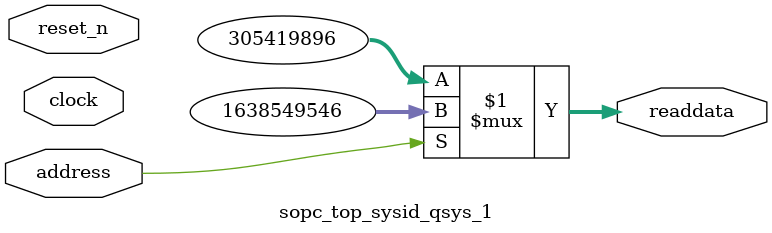
<source format=v>



// synthesis translate_off
`timescale 1ns / 1ps
// synthesis translate_on

// turn off superfluous verilog processor warnings 
// altera message_level Level1 
// altera message_off 10034 10035 10036 10037 10230 10240 10030 

module sopc_top_sysid_qsys_1 (
               // inputs:
                address,
                clock,
                reset_n,

               // outputs:
                readdata
             )
;

  output  [ 31: 0] readdata;
  input            address;
  input            clock;
  input            reset_n;

  wire    [ 31: 0] readdata;
  //control_slave, which is an e_avalon_slave
  assign readdata = address ? 1638549546 : 305419896;

endmodule



</source>
